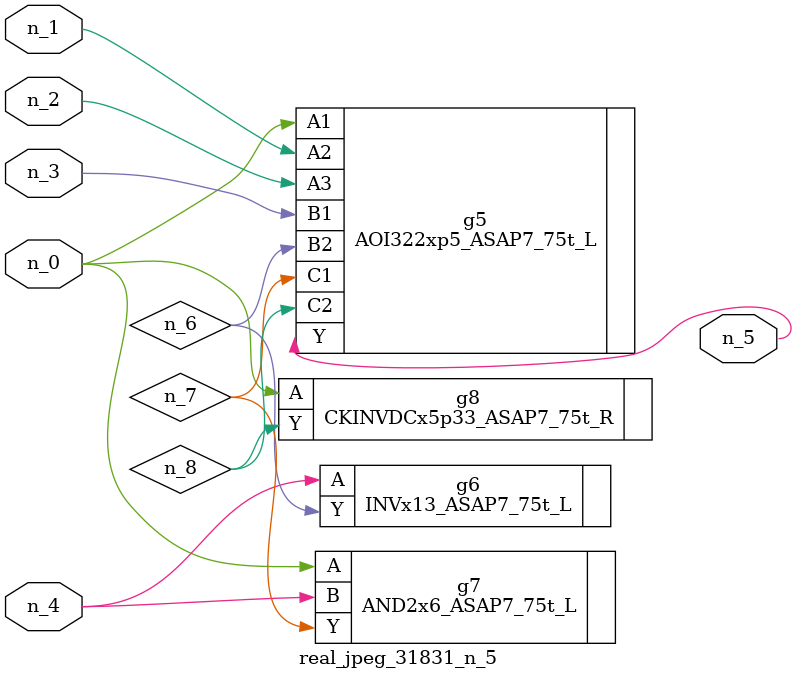
<source format=v>
module real_jpeg_31831_n_5 (n_4, n_0, n_1, n_2, n_3, n_5);

input n_4;
input n_0;
input n_1;
input n_2;
input n_3;

output n_5;

wire n_8;
wire n_6;
wire n_7;

AOI322xp5_ASAP7_75t_L g5 ( 
.A1(n_0),
.A2(n_1),
.A3(n_2),
.B1(n_3),
.B2(n_6),
.C1(n_7),
.C2(n_8),
.Y(n_5)
);

AND2x6_ASAP7_75t_L g7 ( 
.A(n_0),
.B(n_4),
.Y(n_7)
);

CKINVDCx5p33_ASAP7_75t_R g8 ( 
.A(n_0),
.Y(n_8)
);

INVx13_ASAP7_75t_L g6 ( 
.A(n_4),
.Y(n_6)
);


endmodule
</source>
